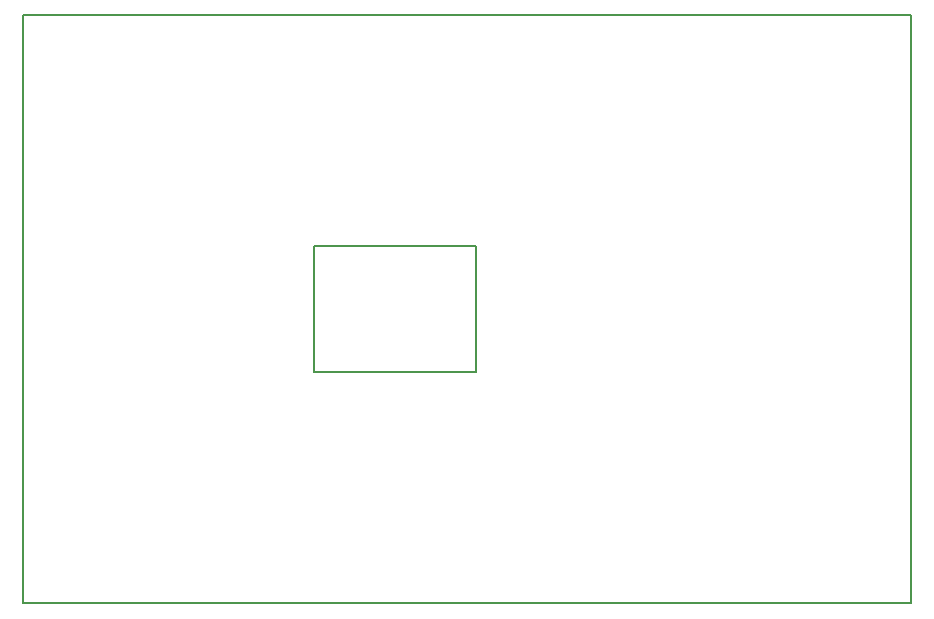
<source format=gbr>
G04 #@! TF.FileFunction,Profile,NP*
%FSLAX46Y46*%
G04 Gerber Fmt 4.6, Leading zero omitted, Abs format (unit mm)*
G04 Created by KiCad (PCBNEW (after 2015-mar-04 BZR unknown)-product) date 2015年07月10日金曜日 07:55:10*
%MOMM*%
G01*
G04 APERTURE LIST*
%ADD10C,0.100000*%
%ADD11C,0.150000*%
G04 APERTURE END LIST*
D10*
D11*
X0Y0D02*
X17526000Y0D01*
X0Y49784000D02*
X0Y0D01*
X52832000Y0D02*
X17526000Y0D01*
X75184000Y0D02*
X52832000Y0D01*
X75184000Y508000D02*
X75184000Y0D01*
X75184000Y49784000D02*
X75184000Y508000D01*
X24638000Y30226000D02*
X24638000Y19558000D01*
X38354000Y19558000D02*
X24638000Y19558000D01*
X38354000Y30226000D02*
X38354000Y19558000D01*
X24638000Y30226000D02*
X38354000Y30226000D01*
X54356000Y49784000D02*
X75184000Y49784000D01*
X29464000Y49784000D02*
X54356000Y49784000D01*
X0Y49784000D02*
X29464000Y49784000D01*
M02*

</source>
